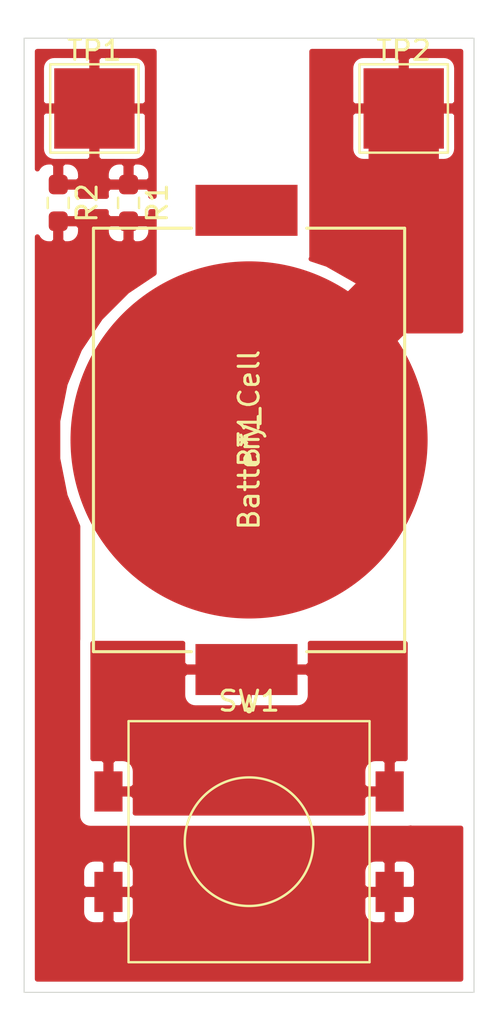
<source format=kicad_pcb>
(kicad_pcb (version 20171130) (host pcbnew 5.1.8)

  (general
    (thickness 1.6)
    (drawings 4)
    (tracks 3)
    (zones 0)
    (modules 6)
    (nets 5)
  )

  (page A4)
  (layers
    (0 F.Cu signal)
    (31 B.Cu signal)
    (32 B.Adhes user)
    (33 F.Adhes user)
    (34 B.Paste user)
    (35 F.Paste user)
    (36 B.SilkS user)
    (37 F.SilkS user)
    (38 B.Mask user)
    (39 F.Mask user)
    (40 Dwgs.User user)
    (41 Cmts.User user)
    (42 Eco1.User user)
    (43 Eco2.User user)
    (44 Edge.Cuts user)
    (45 Margin user)
    (46 B.CrtYd user)
    (47 F.CrtYd user)
    (48 B.Fab user)
    (49 F.Fab user)
  )

  (setup
    (last_trace_width 3.5)
    (user_trace_width 1)
    (user_trace_width 3.5)
    (trace_clearance 0.2)
    (zone_clearance 0.508)
    (zone_45_only no)
    (trace_min 0.2)
    (via_size 0.8)
    (via_drill 0.4)
    (via_min_size 0.4)
    (via_min_drill 0.3)
    (uvia_size 0.3)
    (uvia_drill 0.1)
    (uvias_allowed no)
    (uvia_min_size 0.2)
    (uvia_min_drill 0.1)
    (edge_width 0.05)
    (segment_width 0.2)
    (pcb_text_width 0.3)
    (pcb_text_size 1.5 1.5)
    (mod_edge_width 0.12)
    (mod_text_size 1 1)
    (mod_text_width 0.15)
    (pad_size 1.524 1.524)
    (pad_drill 0.762)
    (pad_to_mask_clearance 0)
    (aux_axis_origin 131.6 71.9)
    (visible_elements FFFFFF7F)
    (pcbplotparams
      (layerselection 0x01000_7fffffff)
      (usegerberextensions false)
      (usegerberattributes true)
      (usegerberadvancedattributes true)
      (creategerberjobfile true)
      (excludeedgelayer true)
      (linewidth 0.100000)
      (plotframeref false)
      (viasonmask false)
      (mode 1)
      (useauxorigin true)
      (hpglpennumber 1)
      (hpglpenspeed 20)
      (hpglpendiameter 15.000000)
      (psnegative false)
      (psa4output false)
      (plotreference true)
      (plotvalue true)
      (plotinvisibletext false)
      (padsonsilk false)
      (subtractmaskfromsilk false)
      (outputformat 1)
      (mirror false)
      (drillshape 0)
      (scaleselection 1)
      (outputdirectory "gerber/"))
  )

  (net 0 "")
  (net 1 "Net-(BT1-Pad1)")
  (net 2 GND)
  (net 3 "Net-(R1-Pad1)")
  (net 4 "Net-(R1-Pad2)")

  (net_class Default "This is the default net class."
    (clearance 0.2)
    (trace_width 0.25)
    (via_dia 0.8)
    (via_drill 0.4)
    (uvia_dia 0.3)
    (uvia_drill 0.1)
    (add_net GND)
    (add_net "Net-(BT1-Pad1)")
    (add_net "Net-(R1-Pad1)")
    (add_net "Net-(R1-Pad2)")
  )

  (module pl_Linx_battery_holder:BAT-HLD-001 (layer F.Cu) (tedit 0) (tstamp 5FB03A17)
    (at 119.4 92.9 90)
    (path /5FAFD2A3)
    (fp_text reference BT1 (at 0 0 90) (layer F.SilkS)
      (effects (font (size 1 1) (thickness 0.15)))
    )
    (fp_text value Battery_Cell (at 0 0 90) (layer F.SilkS)
      (effects (font (size 1 1) (thickness 0.15)))
    )
    (fp_circle (center -13.462 0) (end -13.3858 0) (layer F.SilkS) (width 0.1524))
    (fp_circle (center -13.462 0) (end -13.3858 0) (layer F.Fab) (width 0.1524))
    (fp_line (start 12.954 9.1948) (end -12.954 9.1948) (layer F.CrtYd) (width 0.1524))
    (fp_line (start 12.954 -9.1948) (end 12.954 9.1948) (layer F.CrtYd) (width 0.1524))
    (fp_line (start -12.954 -9.1948) (end 12.954 -9.1948) (layer F.CrtYd) (width 0.1524))
    (fp_line (start -12.954 9.1948) (end -12.954 -9.1948) (layer F.CrtYd) (width 0.1524))
    (fp_line (start 10.541 -2.87274) (end 10.541 -7.747) (layer F.SilkS) (width 0.1524))
    (fp_line (start -10.541 2.87274) (end -10.541 7.747) (layer F.SilkS) (width 0.1524))
    (fp_line (start -10.541 -7.747) (end -10.541 7.747) (layer F.Fab) (width 0.1524))
    (fp_line (start 10.541 -7.747) (end -10.541 -7.747) (layer F.Fab) (width 0.1524))
    (fp_line (start 10.541 7.747) (end 10.541 -7.747) (layer F.Fab) (width 0.1524))
    (fp_line (start -10.541 7.747) (end 10.541 7.747) (layer F.Fab) (width 0.1524))
    (fp_line (start -10.541 -7.747) (end -10.541 -2.87274) (layer F.SilkS) (width 0.1524))
    (fp_line (start 10.541 -7.747) (end -10.541 -7.747) (layer F.SilkS) (width 0.1524))
    (fp_line (start 10.541 7.747) (end 10.541 2.87274) (layer F.SilkS) (width 0.1524))
    (fp_line (start -10.541 7.747) (end 10.541 7.747) (layer F.SilkS) (width 0.1524))
    (fp_text user "Copyright 2016 Accelerated Designs. All rights reserved." (at 0 0 90) (layer Cmts.User)
      (effects (font (size 0.127 0.127) (thickness 0.002)))
    )
    (fp_text user * (at 0 0 90) (layer F.SilkS)
      (effects (font (size 1 1) (thickness 0.15)))
    )
    (fp_text user * (at 0 0 90) (layer F.Fab)
      (effects (font (size 1 1) (thickness 0.15)))
    )
    (fp_text user 0.2in/5.08mm (at 5.588 0 90) (layer Dwgs.User)
      (effects (font (size 1 1) (thickness 0.15)))
    )
    (fp_text user 1in/25.4mm (at 0 10.795 90) (layer Dwgs.User)
      (effects (font (size 1 1) (thickness 0.15)))
    )
    (fp_text user 0.8in/20.32mm (at 0 -10.795 90) (layer Dwgs.User)
      (effects (font (size 1 1) (thickness 0.15)))
    )
    (pad 1 smd rect (at -11.43 -0.127 90) (size 2.54 5.08) (layers F.Cu F.Paste F.Mask)
      (net 1 "Net-(BT1-Pad1)"))
    (pad 3 smd rect (at 11.43 -0.127 90) (size 2.54 5.08) (layers F.Cu F.Paste F.Mask))
    (pad 2 smd circle (at 0 0 90) (size 17.780001 17.780001) (layers F.Cu F.Paste F.Mask)
      (net 2 GND))
  )

  (module Resistor_SMD:R_0603_1608Metric_Pad0.98x0.95mm_HandSolder (layer F.Cu) (tedit 5F68FEEE) (tstamp 5FB0423A)
    (at 113.4 81.1 270)
    (descr "Resistor SMD 0603 (1608 Metric), square (rectangular) end terminal, IPC_7351 nominal with elongated pad for handsoldering. (Body size source: IPC-SM-782 page 72, https://www.pcb-3d.com/wordpress/wp-content/uploads/ipc-sm-782a_amendment_1_and_2.pdf), generated with kicad-footprint-generator")
    (tags "resistor handsolder")
    (path /5FAFED22)
    (attr smd)
    (fp_text reference R1 (at 0 -1.43 90) (layer F.SilkS)
      (effects (font (size 1 1) (thickness 0.15)))
    )
    (fp_text value 1k (at 0 1.43 90) (layer F.Fab)
      (effects (font (size 1 1) (thickness 0.15)))
    )
    (fp_line (start 1.65 0.73) (end -1.65 0.73) (layer F.CrtYd) (width 0.05))
    (fp_line (start 1.65 -0.73) (end 1.65 0.73) (layer F.CrtYd) (width 0.05))
    (fp_line (start -1.65 -0.73) (end 1.65 -0.73) (layer F.CrtYd) (width 0.05))
    (fp_line (start -1.65 0.73) (end -1.65 -0.73) (layer F.CrtYd) (width 0.05))
    (fp_line (start -0.254724 0.5225) (end 0.254724 0.5225) (layer F.SilkS) (width 0.12))
    (fp_line (start -0.254724 -0.5225) (end 0.254724 -0.5225) (layer F.SilkS) (width 0.12))
    (fp_line (start 0.8 0.4125) (end -0.8 0.4125) (layer F.Fab) (width 0.1))
    (fp_line (start 0.8 -0.4125) (end 0.8 0.4125) (layer F.Fab) (width 0.1))
    (fp_line (start -0.8 -0.4125) (end 0.8 -0.4125) (layer F.Fab) (width 0.1))
    (fp_line (start -0.8 0.4125) (end -0.8 -0.4125) (layer F.Fab) (width 0.1))
    (fp_text user %R (at 0 0 90) (layer F.Fab)
      (effects (font (size 0.4 0.4) (thickness 0.06)))
    )
    (pad 1 smd roundrect (at -0.9125 0 270) (size 0.975 0.95) (layers F.Cu F.Paste F.Mask) (roundrect_rratio 0.25)
      (net 3 "Net-(R1-Pad1)"))
    (pad 2 smd roundrect (at 0.9125 0 270) (size 0.975 0.95) (layers F.Cu F.Paste F.Mask) (roundrect_rratio 0.25)
      (net 4 "Net-(R1-Pad2)"))
    (model ${KISYS3DMOD}/Resistor_SMD.3dshapes/R_0603_1608Metric.wrl
      (at (xyz 0 0 0))
      (scale (xyz 1 1 1))
      (rotate (xyz 0 0 0))
    )
  )

  (module Resistor_SMD:R_0603_1608Metric_Pad0.98x0.95mm_HandSolder (layer F.Cu) (tedit 5F68FEEE) (tstamp 5FB0420A)
    (at 109.9 81.1 270)
    (descr "Resistor SMD 0603 (1608 Metric), square (rectangular) end terminal, IPC_7351 nominal with elongated pad for handsoldering. (Body size source: IPC-SM-782 page 72, https://www.pcb-3d.com/wordpress/wp-content/uploads/ipc-sm-782a_amendment_1_and_2.pdf), generated with kicad-footprint-generator")
    (tags "resistor handsolder")
    (path /5FAFF166)
    (attr smd)
    (fp_text reference R2 (at 0 -1.43 90) (layer F.SilkS)
      (effects (font (size 1 1) (thickness 0.15)))
    )
    (fp_text value 1k (at 0 1.43 90) (layer F.Fab)
      (effects (font (size 1 1) (thickness 0.15)))
    )
    (fp_text user %R (at 0 0 90) (layer F.Fab)
      (effects (font (size 0.4 0.4) (thickness 0.06)))
    )
    (fp_line (start -0.8 0.4125) (end -0.8 -0.4125) (layer F.Fab) (width 0.1))
    (fp_line (start -0.8 -0.4125) (end 0.8 -0.4125) (layer F.Fab) (width 0.1))
    (fp_line (start 0.8 -0.4125) (end 0.8 0.4125) (layer F.Fab) (width 0.1))
    (fp_line (start 0.8 0.4125) (end -0.8 0.4125) (layer F.Fab) (width 0.1))
    (fp_line (start -0.254724 -0.5225) (end 0.254724 -0.5225) (layer F.SilkS) (width 0.12))
    (fp_line (start -0.254724 0.5225) (end 0.254724 0.5225) (layer F.SilkS) (width 0.12))
    (fp_line (start -1.65 0.73) (end -1.65 -0.73) (layer F.CrtYd) (width 0.05))
    (fp_line (start -1.65 -0.73) (end 1.65 -0.73) (layer F.CrtYd) (width 0.05))
    (fp_line (start 1.65 -0.73) (end 1.65 0.73) (layer F.CrtYd) (width 0.05))
    (fp_line (start 1.65 0.73) (end -1.65 0.73) (layer F.CrtYd) (width 0.05))
    (pad 2 smd roundrect (at 0.9125 0 270) (size 0.975 0.95) (layers F.Cu F.Paste F.Mask) (roundrect_rratio 0.25)
      (net 4 "Net-(R1-Pad2)"))
    (pad 1 smd roundrect (at -0.9125 0 270) (size 0.975 0.95) (layers F.Cu F.Paste F.Mask) (roundrect_rratio 0.25)
      (net 3 "Net-(R1-Pad1)"))
    (model ${KISYS3DMOD}/Resistor_SMD.3dshapes/R_0603_1608Metric.wrl
      (at (xyz 0 0 0))
      (scale (xyz 1 1 1))
      (rotate (xyz 0 0 0))
    )
  )

  (module pl_Tactile_Switch_SMD:Bright_TSA123G60-250 (layer F.Cu) (tedit 5D136EA9) (tstamp 5FB03A4A)
    (at 119.4 112.9)
    (path /5FAFE65A)
    (fp_text reference SW1 (at 0 -7) (layer F.SilkS)
      (effects (font (size 1 1) (thickness 0.15)))
    )
    (fp_text value SW_Push (at 0 -7) (layer F.Fab)
      (effects (font (size 1 1) (thickness 0.15)))
    )
    (fp_line (start -8 6.5) (end -8 -6.5) (layer F.CrtYd) (width 0.12))
    (fp_line (start 8 6.5) (end -8 6.5) (layer F.CrtYd) (width 0.12))
    (fp_line (start 8 -6.5) (end 8 6.5) (layer F.CrtYd) (width 0.12))
    (fp_line (start -8 -6.5) (end 8 -6.5) (layer F.CrtYd) (width 0.12))
    (fp_circle (center 0 0) (end 3.2 0) (layer F.SilkS) (width 0.12))
    (fp_line (start -6 6) (end -6 -6) (layer F.SilkS) (width 0.12))
    (fp_line (start 6 6) (end -6 6) (layer F.SilkS) (width 0.12))
    (fp_line (start 6 -6) (end 6 6) (layer F.SilkS) (width 0.12))
    (fp_line (start -6 -6) (end 6 -6) (layer F.SilkS) (width 0.12))
    (pad 1 smd rect (at -7 -2.5) (size 1.4 2) (layers F.Cu F.Paste F.Mask)
      (net 1 "Net-(BT1-Pad1)"))
    (pad 1 smd rect (at 7 -2.5) (size 1.4 2) (layers F.Cu F.Paste F.Mask)
      (net 1 "Net-(BT1-Pad1)"))
    (pad 2 smd rect (at 7 2.5) (size 1.4 2) (layers F.Cu F.Paste F.Mask)
      (net 4 "Net-(R1-Pad2)"))
    (pad 2 smd rect (at -7 2.5) (size 1.4 2) (layers F.Cu F.Paste F.Mask)
      (net 4 "Net-(R1-Pad2)"))
  )

  (module TestPoint:TestPoint_Pad_4.0x4.0mm (layer F.Cu) (tedit 5A0F774F) (tstamp 5FB03A58)
    (at 111.7 76.4)
    (descr "SMD rectangular pad as test Point, square 4.0mm side length")
    (tags "test point SMD pad rectangle square")
    (path /5FB035F9)
    (attr virtual)
    (fp_text reference TP1 (at 0 -2.898) (layer F.SilkS)
      (effects (font (size 1 1) (thickness 0.15)))
    )
    (fp_text value TestPoint (at 0 3.1) (layer F.Fab)
      (effects (font (size 1 1) (thickness 0.15)))
    )
    (fp_line (start 2.5 2.5) (end -2.5 2.5) (layer F.CrtYd) (width 0.05))
    (fp_line (start 2.5 2.5) (end 2.5 -2.5) (layer F.CrtYd) (width 0.05))
    (fp_line (start -2.5 -2.5) (end -2.5 2.5) (layer F.CrtYd) (width 0.05))
    (fp_line (start -2.5 -2.5) (end 2.5 -2.5) (layer F.CrtYd) (width 0.05))
    (fp_line (start -2.2 2.2) (end -2.2 -2.2) (layer F.SilkS) (width 0.12))
    (fp_line (start 2.2 2.2) (end -2.2 2.2) (layer F.SilkS) (width 0.12))
    (fp_line (start 2.2 -2.2) (end 2.2 2.2) (layer F.SilkS) (width 0.12))
    (fp_line (start -2.2 -2.2) (end 2.2 -2.2) (layer F.SilkS) (width 0.12))
    (fp_text user %R (at 0 -2.9) (layer F.Fab)
      (effects (font (size 1 1) (thickness 0.15)))
    )
    (pad 1 smd rect (at 0 0) (size 4 4) (layers F.Cu F.Mask)
      (net 3 "Net-(R1-Pad1)"))
  )

  (module TestPoint:TestPoint_Pad_4.0x4.0mm (layer F.Cu) (tedit 5A0F774F) (tstamp 5FB03A66)
    (at 127.1 76.4)
    (descr "SMD rectangular pad as test Point, square 4.0mm side length")
    (tags "test point SMD pad rectangle square")
    (path /5FB03966)
    (attr virtual)
    (fp_text reference TP2 (at 0 -2.898) (layer F.SilkS)
      (effects (font (size 1 1) (thickness 0.15)))
    )
    (fp_text value TestPoint (at 0 3.1) (layer F.Fab)
      (effects (font (size 1 1) (thickness 0.15)))
    )
    (fp_text user %R (at 0 -2.9) (layer F.Fab)
      (effects (font (size 1 1) (thickness 0.15)))
    )
    (fp_line (start -2.2 -2.2) (end 2.2 -2.2) (layer F.SilkS) (width 0.12))
    (fp_line (start 2.2 -2.2) (end 2.2 2.2) (layer F.SilkS) (width 0.12))
    (fp_line (start 2.2 2.2) (end -2.2 2.2) (layer F.SilkS) (width 0.12))
    (fp_line (start -2.2 2.2) (end -2.2 -2.2) (layer F.SilkS) (width 0.12))
    (fp_line (start -2.5 -2.5) (end 2.5 -2.5) (layer F.CrtYd) (width 0.05))
    (fp_line (start -2.5 -2.5) (end -2.5 2.5) (layer F.CrtYd) (width 0.05))
    (fp_line (start 2.5 2.5) (end 2.5 -2.5) (layer F.CrtYd) (width 0.05))
    (fp_line (start 2.5 2.5) (end -2.5 2.5) (layer F.CrtYd) (width 0.05))
    (pad 1 smd rect (at 0 0) (size 4 4) (layers F.Cu F.Mask)
      (net 2 GND))
  )

  (gr_line (start 108.2 120.4) (end 108.2 72.9) (layer Edge.Cuts) (width 0.05) (tstamp 5FB03EFE))
  (gr_line (start 130.6 120.4) (end 108.2 120.4) (layer Edge.Cuts) (width 0.05))
  (gr_line (start 130.6 72.9) (end 130.6 120.4) (layer Edge.Cuts) (width 0.05))
  (gr_line (start 108.2 72.9) (end 130.6 72.9) (layer Edge.Cuts) (width 0.05))

  (segment (start 127.1 85.2) (end 119.4 92.9) (width 3.5) (layer F.Cu) (net 2))
  (segment (start 127.1 76.4) (end 127.1 85.2) (width 3.5) (layer F.Cu) (net 2))
  (segment (start 112 76.1) (end 111.7 76.4) (width 1) (layer F.Cu) (net 3))

  (zone (net 1) (net_name "Net-(BT1-Pad1)") (layer F.Cu) (tstamp 5FB044E1) (hatch edge 0.508)
    (priority 1)
    (connect_pads (clearance 0.508))
    (min_thickness 0.254)
    (fill yes (arc_segments 32) (thermal_gap 0.508) (thermal_bridge_width 0.508))
    (polygon
      (pts
        (xy 127.3 111.6) (xy 111.5 111.6) (xy 111.5 102.9) (xy 127.3 102.9)
      )
    )
    (filled_polygon
      (pts
        (xy 116.094928 103.06) (xy 116.098 104.04425) (xy 116.25675 104.203) (xy 119.146 104.203) (xy 119.146 104.183)
        (xy 119.4 104.183) (xy 119.4 104.203) (xy 122.28925 104.203) (xy 122.448 104.04425) (xy 122.451072 103.06)
        (xy 122.447822 103.027) (xy 127.173 103.027) (xy 127.173 108.769118) (xy 127.1 108.761928) (xy 126.68575 108.765)
        (xy 126.527 108.92375) (xy 126.527 110.273) (xy 126.547 110.273) (xy 126.547 110.527) (xy 126.527 110.527)
        (xy 126.527 110.547) (xy 126.273 110.547) (xy 126.273 110.527) (xy 125.22375 110.527) (xy 125.065 110.68575)
        (xy 125.061928 111.4) (xy 125.069118 111.473) (xy 113.730882 111.473) (xy 113.738072 111.4) (xy 113.735 110.68575)
        (xy 113.57625 110.527) (xy 112.527 110.527) (xy 112.527 110.547) (xy 112.273 110.547) (xy 112.273 110.527)
        (xy 112.253 110.527) (xy 112.253 110.273) (xy 112.273 110.273) (xy 112.273 108.92375) (xy 112.527 108.92375)
        (xy 112.527 110.273) (xy 113.57625 110.273) (xy 113.735 110.11425) (xy 113.738072 109.4) (xy 125.061928 109.4)
        (xy 125.065 110.11425) (xy 125.22375 110.273) (xy 126.273 110.273) (xy 126.273 108.92375) (xy 126.11425 108.765)
        (xy 125.7 108.761928) (xy 125.575518 108.774188) (xy 125.45582 108.810498) (xy 125.345506 108.869463) (xy 125.248815 108.948815)
        (xy 125.169463 109.045506) (xy 125.110498 109.15582) (xy 125.074188 109.275518) (xy 125.061928 109.4) (xy 113.738072 109.4)
        (xy 113.725812 109.275518) (xy 113.689502 109.15582) (xy 113.630537 109.045506) (xy 113.551185 108.948815) (xy 113.454494 108.869463)
        (xy 113.34418 108.810498) (xy 113.224482 108.774188) (xy 113.1 108.761928) (xy 112.68575 108.765) (xy 112.527 108.92375)
        (xy 112.273 108.92375) (xy 112.11425 108.765) (xy 111.7 108.761928) (xy 111.627 108.769118) (xy 111.627 105.6)
        (xy 116.094928 105.6) (xy 116.107188 105.724482) (xy 116.143498 105.84418) (xy 116.202463 105.954494) (xy 116.281815 106.051185)
        (xy 116.378506 106.130537) (xy 116.48882 106.189502) (xy 116.608518 106.225812) (xy 116.733 106.238072) (xy 118.98725 106.235)
        (xy 119.146 106.07625) (xy 119.146 104.457) (xy 119.4 104.457) (xy 119.4 106.07625) (xy 119.55875 106.235)
        (xy 121.813 106.238072) (xy 121.937482 106.225812) (xy 122.05718 106.189502) (xy 122.167494 106.130537) (xy 122.264185 106.051185)
        (xy 122.343537 105.954494) (xy 122.402502 105.84418) (xy 122.438812 105.724482) (xy 122.451072 105.6) (xy 122.448 104.61575)
        (xy 122.28925 104.457) (xy 119.4 104.457) (xy 119.146 104.457) (xy 116.25675 104.457) (xy 116.098 104.61575)
        (xy 116.094928 105.6) (xy 111.627 105.6) (xy 111.627 103.027) (xy 116.098178 103.027)
      )
    )
  )
  (zone (net 3) (net_name "Net-(R1-Pad1)") (layer F.Cu) (tstamp 5FB044DE) (hatch edge 0.508)
    (priority 1)
    (connect_pads (clearance 0.508))
    (min_thickness 0.254)
    (fill yes (arc_segments 32) (thermal_gap 0.508) (thermal_bridge_width 0.508))
    (polygon
      (pts
        (xy 114.8 80.9) (xy 108 80.9) (xy 108 72) (xy 114.8 72)
      )
    )
    (filled_polygon
      (pts
        (xy 114.673 80.773) (xy 114.50342 80.773) (xy 114.513072 80.675) (xy 114.51 80.47325) (xy 114.35125 80.3145)
        (xy 113.527 80.3145) (xy 113.527 80.3345) (xy 113.273 80.3345) (xy 113.273 80.3145) (xy 112.44875 80.3145)
        (xy 112.29 80.47325) (xy 112.286928 80.675) (xy 112.29658 80.773) (xy 111.00342 80.773) (xy 111.013072 80.675)
        (xy 111.01 80.47325) (xy 110.85125 80.3145) (xy 110.027 80.3145) (xy 110.027 80.3345) (xy 109.773 80.3345)
        (xy 109.773 80.3145) (xy 109.753 80.3145) (xy 109.753 80.0605) (xy 109.773 80.0605) (xy 109.773 79.22375)
        (xy 110.027 79.22375) (xy 110.027 80.0605) (xy 110.85125 80.0605) (xy 111.01 79.90175) (xy 111.013072 79.7)
        (xy 112.286928 79.7) (xy 112.29 79.90175) (xy 112.44875 80.0605) (xy 113.273 80.0605) (xy 113.273 79.22375)
        (xy 113.527 79.22375) (xy 113.527 80.0605) (xy 114.35125 80.0605) (xy 114.51 79.90175) (xy 114.513072 79.7)
        (xy 114.500812 79.575518) (xy 114.464502 79.45582) (xy 114.405537 79.345506) (xy 114.326185 79.248815) (xy 114.229494 79.169463)
        (xy 114.11918 79.110498) (xy 113.999482 79.074188) (xy 113.875 79.061928) (xy 113.68575 79.065) (xy 113.527 79.22375)
        (xy 113.273 79.22375) (xy 113.11425 79.065) (xy 112.925 79.061928) (xy 112.800518 79.074188) (xy 112.68082 79.110498)
        (xy 112.570506 79.169463) (xy 112.473815 79.248815) (xy 112.394463 79.345506) (xy 112.335498 79.45582) (xy 112.299188 79.575518)
        (xy 112.286928 79.7) (xy 111.013072 79.7) (xy 111.000812 79.575518) (xy 110.964502 79.45582) (xy 110.905537 79.345506)
        (xy 110.826185 79.248815) (xy 110.729494 79.169463) (xy 110.61918 79.110498) (xy 110.499482 79.074188) (xy 110.375 79.061928)
        (xy 110.18575 79.065) (xy 110.027 79.22375) (xy 109.773 79.22375) (xy 109.61425 79.065) (xy 109.425 79.061928)
        (xy 109.300518 79.074188) (xy 109.18082 79.110498) (xy 109.070506 79.169463) (xy 108.973815 79.248815) (xy 108.894463 79.345506)
        (xy 108.86 79.409981) (xy 108.86 78.4) (xy 109.061928 78.4) (xy 109.074188 78.524482) (xy 109.110498 78.64418)
        (xy 109.169463 78.754494) (xy 109.248815 78.851185) (xy 109.345506 78.930537) (xy 109.45582 78.989502) (xy 109.575518 79.025812)
        (xy 109.7 79.038072) (xy 111.41425 79.035) (xy 111.573 78.87625) (xy 111.573 76.527) (xy 111.827 76.527)
        (xy 111.827 78.87625) (xy 111.98575 79.035) (xy 113.7 79.038072) (xy 113.824482 79.025812) (xy 113.94418 78.989502)
        (xy 114.054494 78.930537) (xy 114.151185 78.851185) (xy 114.230537 78.754494) (xy 114.289502 78.64418) (xy 114.325812 78.524482)
        (xy 114.338072 78.4) (xy 114.335 76.68575) (xy 114.17625 76.527) (xy 111.827 76.527) (xy 111.573 76.527)
        (xy 109.22375 76.527) (xy 109.065 76.68575) (xy 109.061928 78.4) (xy 108.86 78.4) (xy 108.86 74.4)
        (xy 109.061928 74.4) (xy 109.065 76.11425) (xy 109.22375 76.273) (xy 111.573 76.273) (xy 111.573 73.92375)
        (xy 111.827 73.92375) (xy 111.827 76.273) (xy 114.17625 76.273) (xy 114.335 76.11425) (xy 114.338072 74.4)
        (xy 114.325812 74.275518) (xy 114.289502 74.15582) (xy 114.230537 74.045506) (xy 114.151185 73.948815) (xy 114.054494 73.869463)
        (xy 113.94418 73.810498) (xy 113.824482 73.774188) (xy 113.7 73.761928) (xy 111.98575 73.765) (xy 111.827 73.92375)
        (xy 111.573 73.92375) (xy 111.41425 73.765) (xy 109.7 73.761928) (xy 109.575518 73.774188) (xy 109.45582 73.810498)
        (xy 109.345506 73.869463) (xy 109.248815 73.948815) (xy 109.169463 74.045506) (xy 109.110498 74.15582) (xy 109.074188 74.275518)
        (xy 109.061928 74.4) (xy 108.86 74.4) (xy 108.86 73.56) (xy 114.673 73.56)
      )
    )
  )
  (zone (net 4) (net_name "Net-(R1-Pad2)") (layer F.Cu) (tstamp 5FB044DB) (hatch edge 0.508)
    (connect_pads (clearance 0.508))
    (min_thickness 0.254)
    (fill yes (arc_segments 32) (thermal_gap 0.508) (thermal_bridge_width 0.508))
    (polygon
      (pts
        (xy 131 122) (xy 107 122) (xy 107 71) (xy 131 71)
      )
    )
    (filled_polygon
      (pts
        (xy 112.29 81.72675) (xy 112.44875 81.8855) (xy 113.273 81.8855) (xy 113.273 81.8655) (xy 113.527 81.8655)
        (xy 113.527 81.8855) (xy 114.35125 81.8855) (xy 114.51 81.72675) (xy 114.51292 81.535) (xy 114.673 81.535)
        (xy 114.673 84.602861) (xy 113.328167 85.50145) (xy 112.00145 86.828167) (xy 110.959055 88.388221) (xy 110.241041 90.12166)
        (xy 109.875 91.961869) (xy 109.875 93.838131) (xy 110.241041 95.67834) (xy 110.873 97.204024) (xy 110.873 102.8)
        (xy 110.873988 102.808737) (xy 110.865 102.9) (xy 110.865 111.6) (xy 110.877201 111.723882) (xy 110.913336 111.843004)
        (xy 110.972017 111.952787) (xy 111.050987 112.049013) (xy 111.147213 112.127983) (xy 111.256996 112.186664) (xy 111.376118 112.222799)
        (xy 111.5 112.235) (xy 127.3 112.235) (xy 127.423882 112.222799) (xy 127.44796 112.215495) (xy 127.451399 112.217333)
        (xy 127.475224 112.22456) (xy 127.5 112.227) (xy 129.940001 112.227) (xy 129.940001 119.74) (xy 108.86 119.74)
        (xy 108.86 116.4) (xy 111.061928 116.4) (xy 111.074188 116.524482) (xy 111.110498 116.64418) (xy 111.169463 116.754494)
        (xy 111.248815 116.851185) (xy 111.345506 116.930537) (xy 111.45582 116.989502) (xy 111.575518 117.025812) (xy 111.7 117.038072)
        (xy 112.11425 117.035) (xy 112.273 116.87625) (xy 112.273 115.527) (xy 112.527 115.527) (xy 112.527 116.87625)
        (xy 112.68575 117.035) (xy 113.1 117.038072) (xy 113.224482 117.025812) (xy 113.34418 116.989502) (xy 113.454494 116.930537)
        (xy 113.551185 116.851185) (xy 113.630537 116.754494) (xy 113.689502 116.64418) (xy 113.725812 116.524482) (xy 113.738072 116.4)
        (xy 125.061928 116.4) (xy 125.074188 116.524482) (xy 125.110498 116.64418) (xy 125.169463 116.754494) (xy 125.248815 116.851185)
        (xy 125.345506 116.930537) (xy 125.45582 116.989502) (xy 125.575518 117.025812) (xy 125.7 117.038072) (xy 126.11425 117.035)
        (xy 126.273 116.87625) (xy 126.273 115.527) (xy 126.527 115.527) (xy 126.527 116.87625) (xy 126.68575 117.035)
        (xy 127.1 117.038072) (xy 127.224482 117.025812) (xy 127.34418 116.989502) (xy 127.454494 116.930537) (xy 127.551185 116.851185)
        (xy 127.630537 116.754494) (xy 127.689502 116.64418) (xy 127.725812 116.524482) (xy 127.738072 116.4) (xy 127.735 115.68575)
        (xy 127.57625 115.527) (xy 126.527 115.527) (xy 126.273 115.527) (xy 125.22375 115.527) (xy 125.065 115.68575)
        (xy 125.061928 116.4) (xy 113.738072 116.4) (xy 113.735 115.68575) (xy 113.57625 115.527) (xy 112.527 115.527)
        (xy 112.273 115.527) (xy 111.22375 115.527) (xy 111.065 115.68575) (xy 111.061928 116.4) (xy 108.86 116.4)
        (xy 108.86 114.4) (xy 111.061928 114.4) (xy 111.065 115.11425) (xy 111.22375 115.273) (xy 112.273 115.273)
        (xy 112.273 113.92375) (xy 112.527 113.92375) (xy 112.527 115.273) (xy 113.57625 115.273) (xy 113.735 115.11425)
        (xy 113.738072 114.4) (xy 125.061928 114.4) (xy 125.065 115.11425) (xy 125.22375 115.273) (xy 126.273 115.273)
        (xy 126.273 113.92375) (xy 126.527 113.92375) (xy 126.527 115.273) (xy 127.57625 115.273) (xy 127.735 115.11425)
        (xy 127.738072 114.4) (xy 127.725812 114.275518) (xy 127.689502 114.15582) (xy 127.630537 114.045506) (xy 127.551185 113.948815)
        (xy 127.454494 113.869463) (xy 127.34418 113.810498) (xy 127.224482 113.774188) (xy 127.1 113.761928) (xy 126.68575 113.765)
        (xy 126.527 113.92375) (xy 126.273 113.92375) (xy 126.11425 113.765) (xy 125.7 113.761928) (xy 125.575518 113.774188)
        (xy 125.45582 113.810498) (xy 125.345506 113.869463) (xy 125.248815 113.948815) (xy 125.169463 114.045506) (xy 125.110498 114.15582)
        (xy 125.074188 114.275518) (xy 125.061928 114.4) (xy 113.738072 114.4) (xy 113.725812 114.275518) (xy 113.689502 114.15582)
        (xy 113.630537 114.045506) (xy 113.551185 113.948815) (xy 113.454494 113.869463) (xy 113.34418 113.810498) (xy 113.224482 113.774188)
        (xy 113.1 113.761928) (xy 112.68575 113.765) (xy 112.527 113.92375) (xy 112.273 113.92375) (xy 112.11425 113.765)
        (xy 111.7 113.761928) (xy 111.575518 113.774188) (xy 111.45582 113.810498) (xy 111.345506 113.869463) (xy 111.248815 113.948815)
        (xy 111.169463 114.045506) (xy 111.110498 114.15582) (xy 111.074188 114.275518) (xy 111.061928 114.4) (xy 108.86 114.4)
        (xy 108.86 82.790019) (xy 108.894463 82.854494) (xy 108.973815 82.951185) (xy 109.070506 83.030537) (xy 109.18082 83.089502)
        (xy 109.300518 83.125812) (xy 109.425 83.138072) (xy 109.61425 83.135) (xy 109.773 82.97625) (xy 109.773 82.1395)
        (xy 110.027 82.1395) (xy 110.027 82.97625) (xy 110.18575 83.135) (xy 110.375 83.138072) (xy 110.499482 83.125812)
        (xy 110.61918 83.089502) (xy 110.729494 83.030537) (xy 110.826185 82.951185) (xy 110.905537 82.854494) (xy 110.964502 82.74418)
        (xy 111.000812 82.624482) (xy 111.013072 82.5) (xy 112.286928 82.5) (xy 112.299188 82.624482) (xy 112.335498 82.74418)
        (xy 112.394463 82.854494) (xy 112.473815 82.951185) (xy 112.570506 83.030537) (xy 112.68082 83.089502) (xy 112.800518 83.125812)
        (xy 112.925 83.138072) (xy 113.11425 83.135) (xy 113.273 82.97625) (xy 113.273 82.1395) (xy 113.527 82.1395)
        (xy 113.527 82.97625) (xy 113.68575 83.135) (xy 113.875 83.138072) (xy 113.999482 83.125812) (xy 114.11918 83.089502)
        (xy 114.229494 83.030537) (xy 114.326185 82.951185) (xy 114.405537 82.854494) (xy 114.464502 82.74418) (xy 114.500812 82.624482)
        (xy 114.513072 82.5) (xy 114.51 82.29825) (xy 114.35125 82.1395) (xy 113.527 82.1395) (xy 113.273 82.1395)
        (xy 112.44875 82.1395) (xy 112.29 82.29825) (xy 112.286928 82.5) (xy 111.013072 82.5) (xy 111.01 82.29825)
        (xy 110.85125 82.1395) (xy 110.027 82.1395) (xy 109.773 82.1395) (xy 109.753 82.1395) (xy 109.753 81.8855)
        (xy 109.773 81.8855) (xy 109.773 81.8655) (xy 110.027 81.8655) (xy 110.027 81.8855) (xy 110.85125 81.8855)
        (xy 111.01 81.72675) (xy 111.01292 81.535) (xy 112.28708 81.535)
      )
    )
  )
  (zone (net 2) (net_name GND) (layer F.Cu) (tstamp 5FB044D8) (hatch edge 0.508)
    (priority 1)
    (connect_pads (clearance 0.508))
    (min_thickness 0.254)
    (fill yes (arc_segments 32) (thermal_gap 0.508) (thermal_bridge_width 0.508))
    (polygon
      (pts
        (xy 131.575 87.6) (xy 119.225 87.6) (xy 119.4 83.8) (xy 122.4 83.8) (xy 122.4 72)
        (xy 131.75 72)
      )
    )
    (filled_polygon
      (pts
        (xy 129.94 87.473) (xy 127.280951 87.473) (xy 127.217138 87.377497) (xy 126.144724 86.334881) (xy 125.006605 87.473)
        (xy 124.647395 87.473) (xy 125.965119 86.155276) (xy 124.922503 85.082862) (xy 123.291342 84.155679) (xy 122.48994 83.889636)
        (xy 122.505597 83.870557) (xy 122.517333 83.848601) (xy 122.52456 83.824776) (xy 122.527 83.8) (xy 122.527 78.4)
        (xy 124.461928 78.4) (xy 124.474188 78.524482) (xy 124.510498 78.64418) (xy 124.569463 78.754494) (xy 124.648815 78.851185)
        (xy 124.745506 78.930537) (xy 124.85582 78.989502) (xy 124.975518 79.025812) (xy 125.1 79.038072) (xy 126.81425 79.035)
        (xy 126.973 78.87625) (xy 126.973 76.527) (xy 127.227 76.527) (xy 127.227 78.87625) (xy 127.38575 79.035)
        (xy 129.1 79.038072) (xy 129.224482 79.025812) (xy 129.34418 78.989502) (xy 129.454494 78.930537) (xy 129.551185 78.851185)
        (xy 129.630537 78.754494) (xy 129.689502 78.64418) (xy 129.725812 78.524482) (xy 129.738072 78.4) (xy 129.735 76.68575)
        (xy 129.57625 76.527) (xy 127.227 76.527) (xy 126.973 76.527) (xy 124.62375 76.527) (xy 124.465 76.68575)
        (xy 124.461928 78.4) (xy 122.527 78.4) (xy 122.527 74.4) (xy 124.461928 74.4) (xy 124.465 76.11425)
        (xy 124.62375 76.273) (xy 126.973 76.273) (xy 126.973 73.92375) (xy 127.227 73.92375) (xy 127.227 76.273)
        (xy 129.57625 76.273) (xy 129.735 76.11425) (xy 129.738072 74.4) (xy 129.725812 74.275518) (xy 129.689502 74.15582)
        (xy 129.630537 74.045506) (xy 129.551185 73.948815) (xy 129.454494 73.869463) (xy 129.34418 73.810498) (xy 129.224482 73.774188)
        (xy 129.1 73.761928) (xy 127.38575 73.765) (xy 127.227 73.92375) (xy 126.973 73.92375) (xy 126.81425 73.765)
        (xy 125.1 73.761928) (xy 124.975518 73.774188) (xy 124.85582 73.810498) (xy 124.745506 73.869463) (xy 124.648815 73.948815)
        (xy 124.569463 74.045506) (xy 124.510498 74.15582) (xy 124.474188 74.275518) (xy 124.461928 74.4) (xy 122.527 74.4)
        (xy 122.527 73.56) (xy 129.94 73.56)
      )
    )
  )
  (zone (net 0) (net_name "") (layer F.Cu) (tstamp 0) (hatch edge 0.508)
    (connect_pads (clearance 0.508))
    (min_thickness 0.254)
    (keepout (tracks allowed) (vias allowed) (copperpour not_allowed))
    (fill (arc_segments 32) (thermal_gap 0.508) (thermal_bridge_width 0.508))
    (polygon
      (pts
        (xy 122 84.8) (xy 114.8 84.8) (xy 114.8 72) (xy 122 72)
      )
    )
  )
  (zone (net 0) (net_name "") (layer F.Cu) (tstamp 0) (hatch edge 0.508)
    (connect_pads (clearance 0.508))
    (min_thickness 0.254)
    (keepout (tracks allowed) (vias allowed) (copperpour not_allowed))
    (fill (arc_segments 32) (thermal_gap 0.508) (thermal_bridge_width 0.508))
    (polygon
      (pts
        (xy 132 112.1) (xy 127.5 112.1) (xy 127.5 102.3) (xy 132 102.3)
      )
    )
  )
  (zone (net 0) (net_name "") (layer F.Cu) (tstamp 0) (hatch edge 0.508)
    (connect_pads (clearance 0.508))
    (min_thickness 0.254)
    (keepout (tracks allowed) (vias allowed) (copperpour not_allowed))
    (fill (arc_segments 32) (thermal_gap 0.508) (thermal_bridge_width 0.508))
    (polygon
      (pts
        (xy 117.9 101.4) (xy 117.9 102.6) (xy 111 102.8) (xy 111 96.4)
      )
    )
  )
)

</source>
